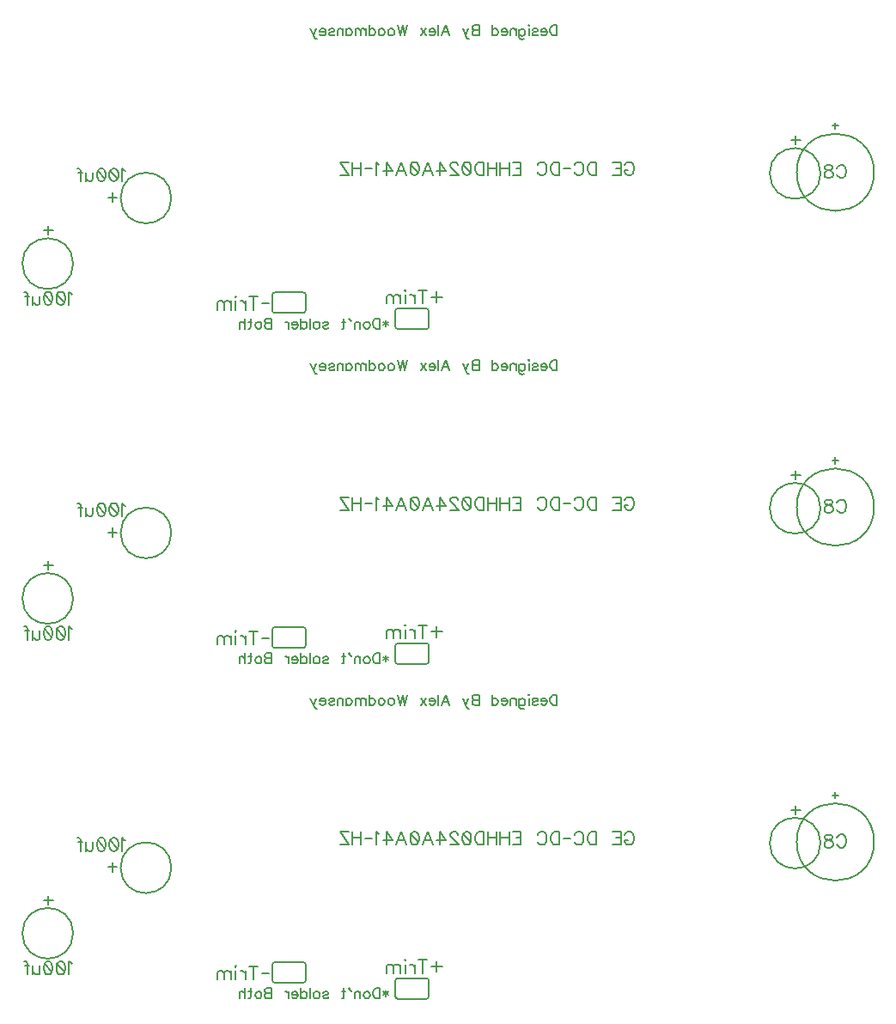
<source format=gbo>
G04 DipTrace 3.2.0.1*
G04 BottomSilk.GBO*
%MOIN*%
G04 #@! TF.FileFunction,Legend,Bot*
G04 #@! TF.Part,Single*
%ADD10C,0.007874*%
%ADD27C,0.006*%
%ADD78C,0.00772*%
%ADD79C,0.006176*%
%FSLAX26Y26*%
G04*
G70*
G90*
G75*
G01*
G04 BotSilk*
%LPD*%
X605303Y550000D2*
D10*
G02X605303Y550000I98431J0D01*
G01*
X558071Y551969D2*
X591194D1*
X575011Y533858D2*
Y570472D1*
X1313743Y183749D2*
D27*
X1203737D1*
X1313743Y103749D2*
G03X1323740Y113749I5J9992D01*
G01*
X1193740D2*
G03X1203737Y103749I9992J-8D01*
G01*
X1193740Y173749D2*
G02X1203737Y183749I9992J8D01*
G01*
X1313743D2*
G02X1323740Y173749I5J-9992D01*
G01*
Y113749D1*
X1193740Y173749D2*
Y113749D1*
X1203737Y103749D2*
X1313743D1*
X1681237Y41251D2*
X1791243D1*
X1681237Y121251D2*
G03X1671240Y111251I-5J-9992D01*
G01*
X1801240D2*
G03X1791243Y121251I-9992J8D01*
G01*
X1801240Y51251D2*
G02X1791243Y41251I-9992J-8D01*
G01*
X1681237D2*
G02X1671240Y51251I-5J9992D01*
G01*
Y111251D1*
X1801240Y51251D2*
Y111251D1*
X1791243Y121251D2*
X1681237D1*
X224066Y295627D2*
D10*
G02X224066Y295627I98425J0D01*
G01*
X324459Y441290D2*
Y408166D1*
X306349Y424350D2*
X342963D1*
X3124066Y645627D2*
G02X3124066Y645627I98425J0D01*
G01*
X3224459Y791290D2*
Y758166D1*
X3206349Y774350D2*
X3242963D1*
X3390560Y831111D2*
X3366920D1*
X3378740Y842907D2*
Y819280D1*
X3228740Y650001D2*
G02X3228740Y650001I150000J0D01*
G01*
X623202Y655781D2*
D78*
X618394Y658213D1*
X611209Y665342D1*
Y615158D1*
X581400Y665342D2*
X588585Y662966D1*
X593393Y655781D1*
X595770Y643842D1*
Y636657D1*
X593393Y624719D1*
X588585Y617534D1*
X581400Y615158D1*
X576646D1*
X569461Y617534D1*
X564708Y624719D1*
X562276Y636657D1*
Y643842D1*
X564708Y655781D1*
X569461Y662966D1*
X576646Y665342D1*
X581400D1*
X564708Y655781D2*
X593393Y624719D1*
X532467Y665342D2*
X539652Y662966D1*
X544461Y655781D1*
X546837Y643842D1*
Y636657D1*
X544461Y624719D1*
X539652Y617534D1*
X532467Y615158D1*
X527714D1*
X520529Y617534D1*
X515776Y624719D1*
X513344Y636657D1*
Y643842D1*
X515776Y655781D1*
X520529Y662966D1*
X527714Y665342D1*
X532467D1*
X515776Y655781D2*
X544461Y624719D1*
X497905Y648651D2*
Y624719D1*
X495528Y617589D1*
X490720Y615158D1*
X483534D1*
X478781Y617589D1*
X471596Y624719D1*
Y648651D2*
Y615158D1*
X437034Y665398D2*
X441787D1*
X446595Y663021D1*
X448972Y655836D1*
Y615158D1*
X456157Y648651D2*
X439410D1*
X2561604Y677354D2*
X2563981Y682107D1*
X2568789Y686915D1*
X2573542Y689292D1*
X2583104D1*
X2587912Y686915D1*
X2592666Y682107D1*
X2595097Y677354D1*
X2597474Y670169D1*
Y658175D1*
X2595097Y651045D1*
X2592666Y646237D1*
X2587912Y641484D1*
X2583104Y639052D1*
X2573542D1*
X2568789Y641484D1*
X2563981Y646237D1*
X2561604Y651045D1*
Y658175D1*
X2573542D1*
X2515103Y689292D2*
X2546165D1*
Y639052D1*
X2515103D1*
X2546165Y665360D2*
X2527042D1*
X2451063Y689292D2*
Y639052D1*
X2434316D1*
X2427131Y641484D1*
X2422323Y646237D1*
X2419946Y651045D1*
X2417570Y658175D1*
Y670169D1*
X2419946Y677354D1*
X2422323Y682107D1*
X2427131Y686915D1*
X2434316Y689292D1*
X2451063D1*
X2366261Y677354D2*
X2368637Y682107D1*
X2373446Y686915D1*
X2378199Y689292D1*
X2387760D1*
X2392569Y686915D1*
X2397322Y682107D1*
X2399754Y677354D1*
X2402131Y670169D1*
Y658175D1*
X2399754Y651045D1*
X2397322Y646237D1*
X2392569Y641484D1*
X2387760Y639052D1*
X2378199D1*
X2373446Y641484D1*
X2368637Y646237D1*
X2366261Y651045D1*
X2350821Y664144D2*
X2323187D1*
X2307747Y689292D2*
Y639052D1*
X2291001D1*
X2283816Y641484D1*
X2279007Y646237D1*
X2276631Y651045D1*
X2274254Y658175D1*
Y670169D1*
X2276631Y677354D1*
X2279007Y682107D1*
X2283816Y686915D1*
X2291001Y689292D1*
X2307747D1*
X2222945Y677354D2*
X2225321Y682107D1*
X2230130Y686915D1*
X2234883Y689292D1*
X2244445D1*
X2249253Y686915D1*
X2254006Y682107D1*
X2256438Y677354D1*
X2258815Y670169D1*
Y658175D1*
X2256438Y651045D1*
X2254006Y646237D1*
X2249253Y641484D1*
X2244445Y639052D1*
X2234883D1*
X2230130Y641484D1*
X2225321Y646237D1*
X2222945Y651045D1*
X2127843Y689292D2*
X2158905D1*
Y639052D1*
X2127843D1*
X2158905Y665360D2*
X2139781D1*
X2112404Y689292D2*
Y639052D1*
X2078911Y689292D2*
Y639052D1*
X2112404Y665360D2*
X2078911D1*
X2063471Y689292D2*
Y639052D1*
X2029978Y689292D2*
Y639052D1*
X2063471Y665360D2*
X2029978D1*
X2014539Y689292D2*
Y639052D1*
X1997792D1*
X1990607Y641484D1*
X1985799Y646237D1*
X1983422Y651045D1*
X1981045Y658175D1*
Y670169D1*
X1983422Y677354D1*
X1985799Y682107D1*
X1990607Y686915D1*
X1997792Y689292D1*
X2014539D1*
X1951236Y689237D2*
X1958421Y686860D1*
X1963230Y679675D1*
X1965606Y667737D1*
Y660552D1*
X1963230Y648614D1*
X1958421Y641429D1*
X1951236Y639052D1*
X1946483D1*
X1939298Y641429D1*
X1934545Y648614D1*
X1932113Y660552D1*
Y667737D1*
X1934545Y679675D1*
X1939298Y686860D1*
X1946483Y689237D1*
X1951236D1*
X1934545Y679675D2*
X1963230Y648614D1*
X1914242Y677298D2*
Y679675D1*
X1911865Y684484D1*
X1909489Y686860D1*
X1904680Y689237D1*
X1895118D1*
X1890365Y686860D1*
X1887989Y684484D1*
X1885557Y679675D1*
Y674922D1*
X1887989Y670113D1*
X1892742Y662984D1*
X1916674Y639052D1*
X1883180D1*
X1843809D2*
Y689237D1*
X1867741Y655799D1*
X1831871D1*
X1778130Y639052D2*
X1797309Y689292D1*
X1816432Y639052D1*
X1809247Y655799D2*
X1785315D1*
X1748321Y689237D2*
X1755506Y686860D1*
X1760314Y679675D1*
X1762691Y667737D1*
Y660552D1*
X1760314Y648614D1*
X1755506Y641429D1*
X1748321Y639052D1*
X1743568D1*
X1736382Y641429D1*
X1731629Y648614D1*
X1729197Y660552D1*
Y667737D1*
X1731629Y679675D1*
X1736382Y686860D1*
X1743568Y689237D1*
X1748321D1*
X1731629Y679675D2*
X1760314Y648614D1*
X1675456Y639052D2*
X1694635Y689292D1*
X1713758Y639052D1*
X1706573Y655799D2*
X1682641D1*
X1636085Y639052D2*
Y689237D1*
X1660017Y655799D1*
X1624147D1*
X1608708Y679675D2*
X1603900Y682107D1*
X1596715Y689237D1*
Y639052D1*
X1581275Y664144D2*
X1553641D1*
X1538201Y689292D2*
Y639052D1*
X1504708Y689292D2*
Y639052D1*
X1538201Y665360D2*
X1504708D1*
X1489269Y689292D2*
X1455775D1*
X1489269Y639052D1*
X1455775D1*
X1181012Y141825D2*
X1153377D1*
X1121191Y166972D2*
Y116732D1*
X1137938Y166972D2*
X1104445D1*
X1089006Y150226D2*
Y116732D1*
Y135856D2*
X1086574Y143041D1*
X1081820Y147849D1*
X1077012Y150226D1*
X1069827D1*
X1054388Y166972D2*
X1052011Y164596D1*
X1049579Y166972D1*
X1052011Y169404D1*
X1054388Y166972D1*
X1052011Y150226D2*
Y116732D1*
X1034140Y150226D2*
Y116732D1*
Y140664D2*
X1026955Y147849D1*
X1022147Y150226D1*
X1015017D1*
X1010208Y147849D1*
X1007832Y140664D1*
Y116732D1*
Y140664D2*
X1000647Y147849D1*
X995838Y150226D1*
X988708D1*
X983900Y147849D1*
X981468Y140664D1*
Y116732D1*
X1832222Y188354D2*
Y145299D1*
X1853722Y166798D2*
X1810667D1*
X1778481Y191974D2*
Y141734D1*
X1795228Y191974D2*
X1761735D1*
X1746295Y175227D2*
Y141734D1*
Y160857D2*
X1743864Y168042D1*
X1739110Y172850D1*
X1734302Y175227D1*
X1727117D1*
X1711678Y191974D2*
X1709301Y189597D1*
X1706869Y191974D1*
X1709301Y194406D1*
X1711678Y191974D1*
X1709301Y175227D2*
Y141734D1*
X1691430Y175227D2*
Y141734D1*
Y165665D2*
X1684245Y172850D1*
X1679436Y175227D1*
X1672307D1*
X1667498Y172850D1*
X1665122Y165665D1*
Y141734D1*
Y165665D2*
X1657937Y172850D1*
X1653128Y175227D1*
X1645998D1*
X1641190Y172850D1*
X1638758Y165665D1*
Y141734D1*
X417151Y176598D2*
X412343Y179030D1*
X405158Y186160D1*
Y135975D1*
X375348Y186160D2*
X382534Y183783D1*
X387342Y176598D1*
X389719Y164660D1*
Y157475D1*
X387342Y145537D1*
X382534Y138352D1*
X375348Y135975D1*
X370595D1*
X363410Y138352D1*
X358657Y145537D1*
X356225Y157475D1*
Y164660D1*
X358657Y176598D1*
X363410Y183783D1*
X370595Y186160D1*
X375348D1*
X358657Y176598D2*
X387342Y145537D1*
X326416Y186160D2*
X333601Y183783D1*
X338409Y176598D1*
X340786Y164660D1*
Y157475D1*
X338409Y145537D1*
X333601Y138352D1*
X326416Y135975D1*
X321663D1*
X314478Y138352D1*
X309724Y145537D1*
X307293Y157475D1*
Y164660D1*
X309724Y176598D1*
X314478Y183783D1*
X321663Y186160D1*
X326416D1*
X309724Y176598D2*
X338409Y145537D1*
X291853Y169469D2*
Y145537D1*
X289477Y138407D1*
X284668Y135975D1*
X277483D1*
X272730Y138407D1*
X265545Y145537D1*
Y169469D2*
Y135975D1*
X230983Y186215D2*
X235736D1*
X240544Y183839D1*
X242921Y176654D1*
Y135975D1*
X250106Y169469D2*
X233359D1*
X3385244Y666692D2*
X3387620Y671445D1*
X3392429Y676253D1*
X3397182Y678630D1*
X3406744D1*
X3411552Y676253D1*
X3416305Y671445D1*
X3418737Y666692D1*
X3421114Y659507D1*
Y647513D1*
X3418737Y640383D1*
X3416305Y635575D1*
X3411552Y630822D1*
X3406744Y628390D1*
X3397182D1*
X3392429Y630822D1*
X3387620Y635575D1*
X3385244Y640383D1*
X3357866Y678575D2*
X3364996Y676198D1*
X3367428Y671445D1*
Y666636D1*
X3364996Y661883D1*
X3360243Y659451D1*
X3350681Y657075D1*
X3343496Y654698D1*
X3338743Y649890D1*
X3336367Y645137D1*
Y637952D1*
X3338743Y633198D1*
X3341120Y630766D1*
X3348305Y628390D1*
X3357866D1*
X3364996Y630766D1*
X3367428Y633198D1*
X3369805Y637952D1*
Y645137D1*
X3367428Y649890D1*
X3362620Y654698D1*
X3355490Y657075D1*
X3345928Y659451D1*
X3341120Y661883D1*
X3338743Y666636D1*
Y671445D1*
X3341120Y676198D1*
X3348305Y678575D1*
X3357866D1*
X1633565Y74626D2*
D79*
Y51678D1*
X1643159Y68922D2*
X1624014Y57426D1*
Y68922D2*
X1643159Y57426D1*
X1611663Y83270D2*
Y43078D1*
X1598265D1*
X1592517Y45024D1*
X1588670Y48826D1*
X1586769Y52673D1*
X1584868Y58377D1*
Y67972D1*
X1586769Y73720D1*
X1588670Y77522D1*
X1592517Y81369D1*
X1598265Y83270D1*
X1611663D1*
X1562966Y69873D2*
X1566768Y67972D1*
X1570615Y64125D1*
X1572516Y58377D1*
Y54574D1*
X1570615Y48826D1*
X1566768Y45024D1*
X1562966Y43078D1*
X1557218D1*
X1553371Y45024D1*
X1549569Y48826D1*
X1547623Y54574D1*
Y58377D1*
X1549569Y64125D1*
X1553371Y67972D1*
X1557218Y69873D1*
X1562966D1*
X1535272D2*
Y43078D1*
Y62224D2*
X1529524Y67972D1*
X1525677Y69873D1*
X1519973D1*
X1516126Y67972D1*
X1514225Y62224D1*
Y43078D1*
X1492279Y83226D2*
X1501874Y71730D1*
X1490378Y81325D1*
X1492279Y83226D1*
X1472278Y83270D2*
Y50728D1*
X1470377Y45024D1*
X1466530Y43078D1*
X1462728D1*
X1478026Y69873D2*
X1464629D1*
X1390449Y64125D2*
X1392350Y67972D1*
X1398098Y69873D1*
X1403846D1*
X1409594Y67972D1*
X1411495Y64125D1*
X1409594Y60322D1*
X1405747Y58377D1*
X1396197Y56476D1*
X1392350Y54574D1*
X1390449Y50728D1*
Y48826D1*
X1392350Y45024D1*
X1398098Y43078D1*
X1403846D1*
X1409594Y45024D1*
X1411495Y48826D1*
X1368547Y69873D2*
X1372349Y67972D1*
X1376196Y64125D1*
X1378097Y58377D1*
Y54574D1*
X1376196Y48826D1*
X1372349Y45024D1*
X1368547Y43078D1*
X1362799D1*
X1358952Y45024D1*
X1355149Y48826D1*
X1353204Y54574D1*
Y58377D1*
X1355149Y64125D1*
X1358952Y67972D1*
X1362799Y69873D1*
X1368547D1*
X1340853Y83270D2*
Y43078D1*
X1305553Y83270D2*
Y43078D1*
Y64125D2*
X1309356Y67972D1*
X1313203Y69873D1*
X1318951D1*
X1322753Y67972D1*
X1326600Y64125D1*
X1328501Y58377D1*
Y54574D1*
X1326600Y48826D1*
X1322753Y45024D1*
X1318951Y43078D1*
X1313203D1*
X1309356Y45024D1*
X1305553Y48826D1*
X1293202Y58377D2*
X1270254D1*
Y62224D1*
X1272155Y66070D1*
X1274057Y67972D1*
X1277903Y69873D1*
X1283651D1*
X1287454Y67972D1*
X1291301Y64125D1*
X1293202Y58377D1*
Y54574D1*
X1291301Y48826D1*
X1287454Y45024D1*
X1283651Y43078D1*
X1277903D1*
X1274057Y45024D1*
X1270254Y48826D1*
X1257903Y69873D2*
Y43078D1*
Y58377D2*
X1255957Y64125D1*
X1252155Y67972D1*
X1248308Y69873D1*
X1242560D1*
X1191328Y83270D2*
Y43078D1*
X1174083D1*
X1168335Y45024D1*
X1166434Y46925D1*
X1164533Y50728D1*
Y56476D1*
X1166434Y60322D1*
X1168335Y62224D1*
X1174083Y64125D1*
X1168335Y66070D1*
X1166434Y67972D1*
X1164533Y71774D1*
Y75621D1*
X1166434Y79424D1*
X1168335Y81369D1*
X1174083Y83270D1*
X1191328D1*
Y64125D2*
X1174083D1*
X1142631Y69873D2*
X1146433Y67972D1*
X1150280Y64125D1*
X1152182Y58377D1*
Y54574D1*
X1150280Y48826D1*
X1146433Y45024D1*
X1142631Y43078D1*
X1136883D1*
X1133036Y45024D1*
X1129234Y48826D1*
X1127288Y54574D1*
Y58377D1*
X1129234Y64125D1*
X1133036Y67972D1*
X1136883Y69873D1*
X1142631D1*
X1109189Y83270D2*
Y50728D1*
X1107287Y45024D1*
X1103441Y43078D1*
X1099638D1*
X1114937Y69873D2*
X1101539D1*
X1087287Y83270D2*
Y43078D1*
Y62224D2*
X1081539Y67972D1*
X1077692Y69873D1*
X1071944D1*
X1068141Y67972D1*
X1066240Y62224D1*
Y43078D1*
X2298860Y1220772D2*
Y1180580D1*
X2285463D1*
X2279715Y1182525D1*
X2275868Y1186328D1*
X2273967Y1190174D1*
X2272066Y1195878D1*
Y1205473D1*
X2273967Y1211221D1*
X2275868Y1215024D1*
X2279715Y1218870D1*
X2285463Y1220772D1*
X2298860D1*
X2259714Y1195878D2*
X2236766D1*
Y1199725D1*
X2238668Y1203572D1*
X2240569Y1205473D1*
X2244416Y1207374D1*
X2250164D1*
X2253966Y1205473D1*
X2257813Y1201626D1*
X2259714Y1195878D1*
Y1192076D1*
X2257813Y1186328D1*
X2253966Y1182525D1*
X2250164Y1180580D1*
X2244416D1*
X2240569Y1182525D1*
X2236766Y1186328D1*
X2203368Y1201626D2*
X2205270Y1205473D1*
X2211018Y1207374D1*
X2216766D1*
X2222514Y1205473D1*
X2224415Y1201626D1*
X2222514Y1197824D1*
X2218667Y1195878D1*
X2209116Y1193977D1*
X2205270Y1192076D1*
X2203368Y1188229D1*
Y1186328D1*
X2205270Y1182525D1*
X2211018Y1180580D1*
X2216766D1*
X2222514Y1182525D1*
X2224415Y1186328D1*
X2191017Y1220772D2*
X2189116Y1218870D1*
X2187170Y1220772D1*
X2189116Y1222717D1*
X2191017Y1220772D1*
X2189116Y1207374D2*
Y1180580D1*
X2151871Y1205473D2*
Y1174832D1*
X2153772Y1169128D1*
X2155673Y1167182D1*
X2159520Y1165281D1*
X2165268D1*
X2169071Y1167182D1*
X2151871Y1199725D2*
X2155673Y1203528D1*
X2159520Y1205473D1*
X2165268D1*
X2169071Y1203528D1*
X2172918Y1199725D1*
X2174819Y1193977D1*
Y1190130D1*
X2172918Y1184426D1*
X2169071Y1180580D1*
X2165268Y1178678D1*
X2159520D1*
X2155673Y1180580D1*
X2151871Y1184426D1*
X2139519Y1207374D2*
Y1180580D1*
Y1199725D2*
X2133771Y1205473D1*
X2129925Y1207374D1*
X2124221D1*
X2120374Y1205473D1*
X2118473Y1199725D1*
Y1180580D1*
X2106121Y1195878D2*
X2083174D1*
Y1199725D1*
X2085075Y1203572D1*
X2086976Y1205473D1*
X2090823Y1207374D1*
X2096571D1*
X2100373Y1205473D1*
X2104220Y1201626D1*
X2106121Y1195878D1*
Y1192076D1*
X2104220Y1186328D1*
X2100373Y1182525D1*
X2096571Y1180580D1*
X2090823D1*
X2086976Y1182525D1*
X2083174Y1186328D1*
X2047874Y1220772D2*
Y1180580D1*
Y1201626D2*
X2051677Y1205473D1*
X2055524Y1207374D1*
X2061272D1*
X2065074Y1205473D1*
X2068921Y1201626D1*
X2070822Y1195878D1*
Y1192076D1*
X2068921Y1186328D1*
X2065074Y1182525D1*
X2061272Y1180580D1*
X2055524D1*
X2051677Y1182525D1*
X2047874Y1186328D1*
X1996642Y1220772D2*
Y1180580D1*
X1979398D1*
X1973650Y1182525D1*
X1971749Y1184426D1*
X1969847Y1188229D1*
Y1193977D1*
X1971749Y1197824D1*
X1973650Y1199725D1*
X1979398Y1201626D1*
X1973650Y1203572D1*
X1971749Y1205473D1*
X1969847Y1209276D1*
Y1213122D1*
X1971749Y1216925D1*
X1973650Y1218870D1*
X1979398Y1220772D1*
X1996642D1*
Y1201626D2*
X1979398D1*
X1955551Y1207374D2*
X1944099Y1180580D1*
X1947901Y1172930D1*
X1951748Y1169084D1*
X1955551Y1167182D1*
X1957496D1*
X1932603Y1207374D2*
X1944099Y1180580D1*
X1850729D2*
X1866072Y1220772D1*
X1881370Y1180580D1*
X1875622Y1193977D2*
X1856477D1*
X1838378Y1220772D2*
Y1180580D1*
X1826026Y1195878D2*
X1803078D1*
Y1199725D1*
X1804980Y1203572D1*
X1806881Y1205473D1*
X1810728Y1207374D1*
X1816476D1*
X1820278Y1205473D1*
X1824125Y1201626D1*
X1826026Y1195878D1*
Y1192076D1*
X1824125Y1186328D1*
X1820278Y1182525D1*
X1816476Y1180580D1*
X1810728D1*
X1806881Y1182525D1*
X1803078Y1186328D1*
X1790727Y1207374D2*
X1769680Y1180580D1*
Y1207374D2*
X1790727Y1180580D1*
X1718448Y1220772D2*
X1708853Y1180580D1*
X1699303Y1220772D1*
X1689752Y1180580D1*
X1680157Y1220772D1*
X1658255Y1207374D2*
X1662058Y1205473D1*
X1665905Y1201626D1*
X1667806Y1195878D1*
Y1192076D1*
X1665905Y1186328D1*
X1662058Y1182525D1*
X1658255Y1180580D1*
X1652507D1*
X1648661Y1182525D1*
X1644858Y1186328D1*
X1642913Y1192076D1*
Y1195878D1*
X1644858Y1201626D1*
X1648661Y1205473D1*
X1652507Y1207374D1*
X1658255D1*
X1621011D2*
X1624813Y1205473D1*
X1628660Y1201626D1*
X1630561Y1195878D1*
Y1192076D1*
X1628660Y1186328D1*
X1624813Y1182525D1*
X1621011Y1180580D1*
X1615263D1*
X1611416Y1182525D1*
X1607613Y1186328D1*
X1605668Y1192076D1*
Y1195878D1*
X1607613Y1201626D1*
X1611416Y1205473D1*
X1615263Y1207374D1*
X1621011D1*
X1570368Y1220772D2*
Y1180580D1*
Y1201626D2*
X1574171Y1205473D1*
X1578018Y1207374D1*
X1583766D1*
X1587568Y1205473D1*
X1591415Y1201626D1*
X1593316Y1195878D1*
Y1192076D1*
X1591415Y1186328D1*
X1587568Y1182525D1*
X1583766Y1180580D1*
X1578018D1*
X1574171Y1182525D1*
X1570368Y1186328D1*
X1558017Y1207374D2*
Y1180580D1*
Y1199725D2*
X1552269Y1205473D1*
X1548422Y1207374D1*
X1542718D1*
X1538872Y1205473D1*
X1536970Y1199725D1*
Y1180580D1*
Y1199725D2*
X1531222Y1205473D1*
X1527376Y1207374D1*
X1521672D1*
X1517825Y1205473D1*
X1515880Y1199725D1*
Y1180580D1*
X1480580Y1207374D2*
Y1180580D1*
Y1201626D2*
X1484383Y1205473D1*
X1488230Y1207374D1*
X1493933D1*
X1497780Y1205473D1*
X1501583Y1201626D1*
X1503528Y1195878D1*
Y1192076D1*
X1501583Y1186328D1*
X1497780Y1182525D1*
X1493933Y1180580D1*
X1488230D1*
X1484383Y1182525D1*
X1480580Y1186328D1*
X1468229Y1207374D2*
Y1180580D1*
Y1199725D2*
X1462481Y1205473D1*
X1458634Y1207374D1*
X1452930D1*
X1449083Y1205473D1*
X1447182Y1199725D1*
Y1180580D1*
X1413784Y1201626D2*
X1415685Y1205473D1*
X1421433Y1207374D1*
X1427182D1*
X1432930Y1205473D1*
X1434831Y1201626D1*
X1432930Y1197824D1*
X1429083Y1195878D1*
X1419532Y1193977D1*
X1415685Y1192076D1*
X1413784Y1188229D1*
Y1186328D1*
X1415685Y1182525D1*
X1421433Y1180580D1*
X1427182D1*
X1432930Y1182525D1*
X1434831Y1186328D1*
X1401433Y1195878D2*
X1378485D1*
Y1199725D1*
X1380386Y1203572D1*
X1382287Y1205473D1*
X1386134Y1207374D1*
X1391882D1*
X1395685Y1205473D1*
X1399532Y1201626D1*
X1401433Y1195878D1*
Y1192076D1*
X1399532Y1186328D1*
X1395685Y1182525D1*
X1391882Y1180580D1*
X1386134D1*
X1382287Y1182525D1*
X1378485Y1186328D1*
X1364188Y1207374D2*
X1352736Y1180580D1*
X1356539Y1172930D1*
X1360385Y1169084D1*
X1364188Y1167182D1*
X1366133D1*
X1341240Y1207374D2*
X1352736Y1180580D1*
X605303Y1849213D2*
D10*
G02X605303Y1849213I98431J0D01*
G01*
X558071Y1851181D2*
X591194D1*
X575011Y1833071D2*
Y1869685D1*
X1313743Y1482962D2*
D27*
X1203737D1*
X1313743Y1402962D2*
G03X1323740Y1412962I5J9992D01*
G01*
X1193740D2*
G03X1203737Y1402962I9992J-8D01*
G01*
X1193740Y1472962D2*
G02X1203737Y1482962I9992J8D01*
G01*
X1313743D2*
G02X1323740Y1472962I5J-9992D01*
G01*
Y1412962D1*
X1193740Y1472962D2*
Y1412962D1*
X1203737Y1402962D2*
X1313743D1*
X1681237Y1340463D2*
X1791243D1*
X1681237Y1420463D2*
G03X1671240Y1410463I-5J-9992D01*
G01*
X1801240D2*
G03X1791243Y1420463I-9992J8D01*
G01*
X1801240Y1350463D2*
G02X1791243Y1340463I-9992J-8D01*
G01*
X1681237D2*
G02X1671240Y1350463I-5J9992D01*
G01*
Y1410463D1*
X1801240Y1350463D2*
Y1410463D1*
X1791243Y1420463D2*
X1681237D1*
X224066Y1594839D2*
D10*
G02X224066Y1594839I98425J0D01*
G01*
X324459Y1740503D2*
Y1707379D1*
X306349Y1723562D2*
X342963D1*
X3124066Y1944839D2*
G02X3124066Y1944839I98425J0D01*
G01*
X3224459Y2090503D2*
Y2057379D1*
X3206349Y2073562D2*
X3242963D1*
X3390560Y2130323D2*
X3366920D1*
X3378740Y2142119D2*
Y2118493D1*
X3228740Y1949214D2*
G02X3228740Y1949214I150000J0D01*
G01*
X623202Y1954993D2*
D78*
X618394Y1957425D1*
X611209Y1964555D1*
Y1914370D1*
X581400Y1964555D2*
X588585Y1962178D1*
X593393Y1954993D1*
X595770Y1943055D1*
Y1935870D1*
X593393Y1923932D1*
X588585Y1916747D1*
X581400Y1914370D1*
X576646D1*
X569461Y1916747D1*
X564708Y1923932D1*
X562276Y1935870D1*
Y1943055D1*
X564708Y1954993D1*
X569461Y1962178D1*
X576646Y1964555D1*
X581400D1*
X564708Y1954993D2*
X593393Y1923932D1*
X532467Y1964555D2*
X539652Y1962178D1*
X544461Y1954993D1*
X546837Y1943055D1*
Y1935870D1*
X544461Y1923932D1*
X539652Y1916747D1*
X532467Y1914370D1*
X527714D1*
X520529Y1916747D1*
X515776Y1923932D1*
X513344Y1935870D1*
Y1943055D1*
X515776Y1954993D1*
X520529Y1962178D1*
X527714Y1964555D1*
X532467D1*
X515776Y1954993D2*
X544461Y1923932D1*
X497905Y1947864D2*
Y1923932D1*
X495528Y1916802D1*
X490720Y1914370D1*
X483534D1*
X478781Y1916802D1*
X471596Y1923932D1*
Y1947864D2*
Y1914370D1*
X437034Y1964610D2*
X441787D1*
X446595Y1962234D1*
X448972Y1955049D1*
Y1914370D1*
X456157Y1947864D2*
X439410D1*
X2561604Y1976566D2*
X2563981Y1981320D1*
X2568789Y1986128D1*
X2573542Y1988505D1*
X2583104D1*
X2587912Y1986128D1*
X2592666Y1981320D1*
X2595097Y1976566D1*
X2597474Y1969381D1*
Y1957388D1*
X2595097Y1950258D1*
X2592666Y1945450D1*
X2587912Y1940696D1*
X2583104Y1938265D1*
X2573542D1*
X2568789Y1940696D1*
X2563981Y1945450D1*
X2561604Y1950258D1*
Y1957388D1*
X2573542D1*
X2515103Y1988505D2*
X2546165D1*
Y1938265D1*
X2515103D1*
X2546165Y1964573D2*
X2527042D1*
X2451063Y1988505D2*
Y1938265D1*
X2434316D1*
X2427131Y1940696D1*
X2422323Y1945450D1*
X2419946Y1950258D1*
X2417570Y1957388D1*
Y1969381D1*
X2419946Y1976566D1*
X2422323Y1981320D1*
X2427131Y1986128D1*
X2434316Y1988505D1*
X2451063D1*
X2366261Y1976566D2*
X2368637Y1981320D1*
X2373446Y1986128D1*
X2378199Y1988505D1*
X2387760D1*
X2392569Y1986128D1*
X2397322Y1981320D1*
X2399754Y1976566D1*
X2402131Y1969381D1*
Y1957388D1*
X2399754Y1950258D1*
X2397322Y1945450D1*
X2392569Y1940696D1*
X2387760Y1938265D1*
X2378199D1*
X2373446Y1940696D1*
X2368637Y1945450D1*
X2366261Y1950258D1*
X2350821Y1963357D2*
X2323187D1*
X2307747Y1988505D2*
Y1938265D1*
X2291001D1*
X2283816Y1940696D1*
X2279007Y1945450D1*
X2276631Y1950258D1*
X2274254Y1957388D1*
Y1969381D1*
X2276631Y1976566D1*
X2279007Y1981320D1*
X2283816Y1986128D1*
X2291001Y1988505D1*
X2307747D1*
X2222945Y1976566D2*
X2225321Y1981320D1*
X2230130Y1986128D1*
X2234883Y1988505D1*
X2244445D1*
X2249253Y1986128D1*
X2254006Y1981320D1*
X2256438Y1976566D1*
X2258815Y1969381D1*
Y1957388D1*
X2256438Y1950258D1*
X2254006Y1945450D1*
X2249253Y1940696D1*
X2244445Y1938265D1*
X2234883D1*
X2230130Y1940696D1*
X2225321Y1945450D1*
X2222945Y1950258D1*
X2127843Y1988505D2*
X2158905D1*
Y1938265D1*
X2127843D1*
X2158905Y1964573D2*
X2139781D1*
X2112404Y1988505D2*
Y1938265D1*
X2078911Y1988505D2*
Y1938265D1*
X2112404Y1964573D2*
X2078911D1*
X2063471Y1988505D2*
Y1938265D1*
X2029978Y1988505D2*
Y1938265D1*
X2063471Y1964573D2*
X2029978D1*
X2014539Y1988505D2*
Y1938265D1*
X1997792D1*
X1990607Y1940696D1*
X1985799Y1945450D1*
X1983422Y1950258D1*
X1981045Y1957388D1*
Y1969381D1*
X1983422Y1976566D1*
X1985799Y1981320D1*
X1990607Y1986128D1*
X1997792Y1988505D1*
X2014539D1*
X1951236Y1988449D2*
X1958421Y1986073D1*
X1963230Y1978888D1*
X1965606Y1966949D1*
Y1959764D1*
X1963230Y1947826D1*
X1958421Y1940641D1*
X1951236Y1938265D1*
X1946483D1*
X1939298Y1940641D1*
X1934545Y1947826D1*
X1932113Y1959764D1*
Y1966949D1*
X1934545Y1978888D1*
X1939298Y1986073D1*
X1946483Y1988449D1*
X1951236D1*
X1934545Y1978888D2*
X1963230Y1947826D1*
X1914242Y1976511D2*
Y1978888D1*
X1911865Y1983696D1*
X1909489Y1986073D1*
X1904680Y1988449D1*
X1895118D1*
X1890365Y1986073D1*
X1887989Y1983696D1*
X1885557Y1978888D1*
Y1974134D1*
X1887989Y1969326D1*
X1892742Y1962196D1*
X1916674Y1938265D1*
X1883180D1*
X1843809D2*
Y1988449D1*
X1867741Y1955011D1*
X1831871D1*
X1778130Y1938265D2*
X1797309Y1988505D1*
X1816432Y1938265D1*
X1809247Y1955011D2*
X1785315D1*
X1748321Y1988449D2*
X1755506Y1986073D1*
X1760314Y1978888D1*
X1762691Y1966949D1*
Y1959764D1*
X1760314Y1947826D1*
X1755506Y1940641D1*
X1748321Y1938265D1*
X1743568D1*
X1736382Y1940641D1*
X1731629Y1947826D1*
X1729197Y1959764D1*
Y1966949D1*
X1731629Y1978888D1*
X1736382Y1986073D1*
X1743568Y1988449D1*
X1748321D1*
X1731629Y1978888D2*
X1760314Y1947826D1*
X1675456Y1938265D2*
X1694635Y1988505D1*
X1713758Y1938265D1*
X1706573Y1955011D2*
X1682641D1*
X1636085Y1938265D2*
Y1988449D1*
X1660017Y1955011D1*
X1624147D1*
X1608708Y1978888D2*
X1603900Y1981320D1*
X1596715Y1988449D1*
Y1938265D1*
X1581275Y1963357D2*
X1553641D1*
X1538201Y1988505D2*
Y1938265D1*
X1504708Y1988505D2*
Y1938265D1*
X1538201Y1964573D2*
X1504708D1*
X1489269Y1988505D2*
X1455775D1*
X1489269Y1938265D1*
X1455775D1*
X1181012Y1441037D2*
X1153377D1*
X1121191Y1466185D2*
Y1415945D1*
X1137938Y1466185D2*
X1104445D1*
X1089006Y1449438D2*
Y1415945D1*
Y1435068D2*
X1086574Y1442253D1*
X1081820Y1447062D1*
X1077012Y1449438D1*
X1069827D1*
X1054388Y1466185D2*
X1052011Y1463808D1*
X1049579Y1466185D1*
X1052011Y1468617D1*
X1054388Y1466185D1*
X1052011Y1449438D2*
Y1415945D1*
X1034140Y1449438D2*
Y1415945D1*
Y1439877D2*
X1026955Y1447062D1*
X1022147Y1449438D1*
X1015017D1*
X1010208Y1447062D1*
X1007832Y1439877D1*
Y1415945D1*
Y1439877D2*
X1000647Y1447062D1*
X995838Y1449438D1*
X988708D1*
X983900Y1447062D1*
X981468Y1439877D1*
Y1415945D1*
X1832222Y1487566D2*
Y1444511D1*
X1853722Y1466011D2*
X1810667D1*
X1778481Y1491186D2*
Y1440946D1*
X1795228Y1491186D2*
X1761735D1*
X1746295Y1474440D2*
Y1440946D1*
Y1460070D2*
X1743864Y1467255D1*
X1739110Y1472063D1*
X1734302Y1474440D1*
X1727117D1*
X1711678Y1491186D2*
X1709301Y1488810D1*
X1706869Y1491186D1*
X1709301Y1493618D1*
X1711678Y1491186D1*
X1709301Y1474440D2*
Y1440946D1*
X1691430Y1474440D2*
Y1440946D1*
Y1464878D2*
X1684245Y1472063D1*
X1679436Y1474440D1*
X1672307D1*
X1667498Y1472063D1*
X1665122Y1464878D1*
Y1440946D1*
Y1464878D2*
X1657937Y1472063D1*
X1653128Y1474440D1*
X1645998D1*
X1641190Y1472063D1*
X1638758Y1464878D1*
Y1440946D1*
X417151Y1475811D2*
X412343Y1478243D1*
X405158Y1485373D1*
Y1435188D1*
X375348Y1485373D2*
X382534Y1482996D1*
X387342Y1475811D1*
X389719Y1463873D1*
Y1456688D1*
X387342Y1444749D1*
X382534Y1437564D1*
X375348Y1435188D1*
X370595D1*
X363410Y1437564D1*
X358657Y1444749D1*
X356225Y1456688D1*
Y1463873D1*
X358657Y1475811D1*
X363410Y1482996D1*
X370595Y1485373D1*
X375348D1*
X358657Y1475811D2*
X387342Y1444749D1*
X326416Y1485373D2*
X333601Y1482996D1*
X338409Y1475811D1*
X340786Y1463873D1*
Y1456688D1*
X338409Y1444749D1*
X333601Y1437564D1*
X326416Y1435188D1*
X321663D1*
X314478Y1437564D1*
X309724Y1444749D1*
X307293Y1456688D1*
Y1463873D1*
X309724Y1475811D1*
X314478Y1482996D1*
X321663Y1485373D1*
X326416D1*
X309724Y1475811D2*
X338409Y1444749D1*
X291853Y1468681D2*
Y1444749D1*
X289477Y1437620D1*
X284668Y1435188D1*
X277483D1*
X272730Y1437620D1*
X265545Y1444749D1*
Y1468681D2*
Y1435188D1*
X230983Y1485428D2*
X235736D1*
X240544Y1483051D1*
X242921Y1475866D1*
Y1435188D1*
X250106Y1468681D2*
X233359D1*
X3385244Y1965904D2*
X3387620Y1970657D1*
X3392429Y1975466D1*
X3397182Y1977843D1*
X3406744D1*
X3411552Y1975466D1*
X3416305Y1970657D1*
X3418737Y1965904D1*
X3421114Y1958719D1*
Y1946726D1*
X3418737Y1939596D1*
X3416305Y1934788D1*
X3411552Y1930034D1*
X3406744Y1927602D1*
X3397182D1*
X3392429Y1930034D1*
X3387620Y1934788D1*
X3385244Y1939596D1*
X3357866Y1977787D2*
X3364996Y1975411D1*
X3367428Y1970657D1*
Y1965849D1*
X3364996Y1961096D1*
X3360243Y1958664D1*
X3350681Y1956287D1*
X3343496Y1953911D1*
X3338743Y1949102D1*
X3336367Y1944349D1*
Y1937164D1*
X3338743Y1932411D1*
X3341120Y1929979D1*
X3348305Y1927602D1*
X3357866D1*
X3364996Y1929979D1*
X3367428Y1932411D1*
X3369805Y1937164D1*
Y1944349D1*
X3367428Y1949102D1*
X3362620Y1953911D1*
X3355490Y1956287D1*
X3345928Y1958664D1*
X3341120Y1961096D1*
X3338743Y1965849D1*
Y1970657D1*
X3341120Y1975411D1*
X3348305Y1977787D1*
X3357866D1*
X1633565Y1373839D2*
D79*
Y1350891D1*
X1643159Y1368135D2*
X1624014Y1356639D1*
Y1368135D2*
X1643159Y1356639D1*
X1611663Y1382483D2*
Y1342291D1*
X1598265D1*
X1592517Y1344236D1*
X1588670Y1348039D1*
X1586769Y1351886D1*
X1584868Y1357590D1*
Y1367184D1*
X1586769Y1372932D1*
X1588670Y1376735D1*
X1592517Y1380582D1*
X1598265Y1382483D1*
X1611663D1*
X1562966Y1369086D2*
X1566768Y1367184D1*
X1570615Y1363338D1*
X1572516Y1357590D1*
Y1353787D1*
X1570615Y1348039D1*
X1566768Y1344236D1*
X1562966Y1342291D1*
X1557218D1*
X1553371Y1344236D1*
X1549569Y1348039D1*
X1547623Y1353787D1*
Y1357590D1*
X1549569Y1363338D1*
X1553371Y1367184D1*
X1557218Y1369086D1*
X1562966D1*
X1535272D2*
Y1342291D1*
Y1361436D2*
X1529524Y1367184D1*
X1525677Y1369086D1*
X1519973D1*
X1516126Y1367184D1*
X1514225Y1361436D1*
Y1342291D1*
X1492279Y1382439D2*
X1501874Y1370943D1*
X1490378Y1380537D1*
X1492279Y1382439D1*
X1472278Y1382483D2*
Y1349940D1*
X1470377Y1344236D1*
X1466530Y1342291D1*
X1462728D1*
X1478026Y1369086D2*
X1464629D1*
X1390449Y1363338D2*
X1392350Y1367184D1*
X1398098Y1369086D1*
X1403846D1*
X1409594Y1367184D1*
X1411495Y1363338D1*
X1409594Y1359535D1*
X1405747Y1357590D1*
X1396197Y1355688D1*
X1392350Y1353787D1*
X1390449Y1349940D1*
Y1348039D1*
X1392350Y1344236D1*
X1398098Y1342291D1*
X1403846D1*
X1409594Y1344236D1*
X1411495Y1348039D1*
X1368547Y1369086D2*
X1372349Y1367184D1*
X1376196Y1363338D1*
X1378097Y1357590D1*
Y1353787D1*
X1376196Y1348039D1*
X1372349Y1344236D1*
X1368547Y1342291D1*
X1362799D1*
X1358952Y1344236D1*
X1355149Y1348039D1*
X1353204Y1353787D1*
Y1357590D1*
X1355149Y1363338D1*
X1358952Y1367184D1*
X1362799Y1369086D1*
X1368547D1*
X1340853Y1382483D2*
Y1342291D1*
X1305553Y1382483D2*
Y1342291D1*
Y1363338D2*
X1309356Y1367184D1*
X1313203Y1369086D1*
X1318951D1*
X1322753Y1367184D1*
X1326600Y1363338D1*
X1328501Y1357590D1*
Y1353787D1*
X1326600Y1348039D1*
X1322753Y1344236D1*
X1318951Y1342291D1*
X1313203D1*
X1309356Y1344236D1*
X1305553Y1348039D1*
X1293202Y1357590D2*
X1270254D1*
Y1361436D1*
X1272155Y1365283D1*
X1274057Y1367184D1*
X1277903Y1369086D1*
X1283651D1*
X1287454Y1367184D1*
X1291301Y1363338D1*
X1293202Y1357590D1*
Y1353787D1*
X1291301Y1348039D1*
X1287454Y1344236D1*
X1283651Y1342291D1*
X1277903D1*
X1274057Y1344236D1*
X1270254Y1348039D1*
X1257903Y1369086D2*
Y1342291D1*
Y1357590D2*
X1255957Y1363338D1*
X1252155Y1367184D1*
X1248308Y1369086D1*
X1242560D1*
X1191328Y1382483D2*
Y1342291D1*
X1174083D1*
X1168335Y1344236D1*
X1166434Y1346138D1*
X1164533Y1349940D1*
Y1355688D1*
X1166434Y1359535D1*
X1168335Y1361436D1*
X1174083Y1363338D1*
X1168335Y1365283D1*
X1166434Y1367184D1*
X1164533Y1370987D1*
Y1374834D1*
X1166434Y1378636D1*
X1168335Y1380582D1*
X1174083Y1382483D1*
X1191328D1*
Y1363338D2*
X1174083D1*
X1142631Y1369086D2*
X1146433Y1367184D1*
X1150280Y1363338D1*
X1152182Y1357590D1*
Y1353787D1*
X1150280Y1348039D1*
X1146433Y1344236D1*
X1142631Y1342291D1*
X1136883D1*
X1133036Y1344236D1*
X1129234Y1348039D1*
X1127288Y1353787D1*
Y1357590D1*
X1129234Y1363338D1*
X1133036Y1367184D1*
X1136883Y1369086D1*
X1142631D1*
X1109189Y1382483D2*
Y1349940D1*
X1107287Y1344236D1*
X1103441Y1342291D1*
X1099638D1*
X1114937Y1369086D2*
X1101539D1*
X1087287Y1382483D2*
Y1342291D1*
Y1361436D2*
X1081539Y1367184D1*
X1077692Y1369086D1*
X1071944D1*
X1068141Y1367184D1*
X1066240Y1361436D1*
Y1342291D1*
X2298860Y2519984D2*
Y2479792D1*
X2285463D1*
X2279715Y2481738D1*
X2275868Y2485540D1*
X2273967Y2489387D1*
X2272066Y2495091D1*
Y2504686D1*
X2273967Y2510434D1*
X2275868Y2514236D1*
X2279715Y2518083D1*
X2285463Y2519984D1*
X2298860D1*
X2259714Y2495091D2*
X2236766D1*
Y2498938D1*
X2238668Y2502784D1*
X2240569Y2504686D1*
X2244416Y2506587D1*
X2250164D1*
X2253966Y2504686D1*
X2257813Y2500839D1*
X2259714Y2495091D1*
Y2491288D1*
X2257813Y2485540D1*
X2253966Y2481738D1*
X2250164Y2479792D1*
X2244416D1*
X2240569Y2481738D1*
X2236766Y2485540D1*
X2203368Y2500839D2*
X2205270Y2504686D1*
X2211018Y2506587D1*
X2216766D1*
X2222514Y2504686D1*
X2224415Y2500839D1*
X2222514Y2497036D1*
X2218667Y2495091D1*
X2209116Y2493190D1*
X2205270Y2491288D1*
X2203368Y2487442D1*
Y2485540D1*
X2205270Y2481738D1*
X2211018Y2479792D1*
X2216766D1*
X2222514Y2481738D1*
X2224415Y2485540D1*
X2191017Y2519984D2*
X2189116Y2518083D1*
X2187170Y2519984D1*
X2189116Y2521930D1*
X2191017Y2519984D1*
X2189116Y2506587D2*
Y2479792D1*
X2151871Y2504686D2*
Y2474044D1*
X2153772Y2468340D1*
X2155673Y2466395D1*
X2159520Y2464494D1*
X2165268D1*
X2169071Y2466395D1*
X2151871Y2498938D2*
X2155673Y2502740D1*
X2159520Y2504686D1*
X2165268D1*
X2169071Y2502740D1*
X2172918Y2498938D1*
X2174819Y2493190D1*
Y2489343D1*
X2172918Y2483639D1*
X2169071Y2479792D1*
X2165268Y2477891D1*
X2159520D1*
X2155673Y2479792D1*
X2151871Y2483639D1*
X2139519Y2506587D2*
Y2479792D1*
Y2498938D2*
X2133771Y2504686D1*
X2129925Y2506587D1*
X2124221D1*
X2120374Y2504686D1*
X2118473Y2498938D1*
Y2479792D1*
X2106121Y2495091D2*
X2083174D1*
Y2498938D1*
X2085075Y2502784D1*
X2086976Y2504686D1*
X2090823Y2506587D1*
X2096571D1*
X2100373Y2504686D1*
X2104220Y2500839D1*
X2106121Y2495091D1*
Y2491288D1*
X2104220Y2485540D1*
X2100373Y2481738D1*
X2096571Y2479792D1*
X2090823D1*
X2086976Y2481738D1*
X2083174Y2485540D1*
X2047874Y2519984D2*
Y2479792D1*
Y2500839D2*
X2051677Y2504686D1*
X2055524Y2506587D1*
X2061272D1*
X2065074Y2504686D1*
X2068921Y2500839D1*
X2070822Y2495091D1*
Y2491288D1*
X2068921Y2485540D1*
X2065074Y2481738D1*
X2061272Y2479792D1*
X2055524D1*
X2051677Y2481738D1*
X2047874Y2485540D1*
X1996642Y2519984D2*
Y2479792D1*
X1979398D1*
X1973650Y2481738D1*
X1971749Y2483639D1*
X1969847Y2487442D1*
Y2493190D1*
X1971749Y2497036D1*
X1973650Y2498938D1*
X1979398Y2500839D1*
X1973650Y2502784D1*
X1971749Y2504686D1*
X1969847Y2508488D1*
Y2512335D1*
X1971749Y2516137D1*
X1973650Y2518083D1*
X1979398Y2519984D1*
X1996642D1*
Y2500839D2*
X1979398D1*
X1955551Y2506587D2*
X1944099Y2479792D1*
X1947901Y2472143D1*
X1951748Y2468296D1*
X1955551Y2466395D1*
X1957496D1*
X1932603Y2506587D2*
X1944099Y2479792D1*
X1850729D2*
X1866072Y2519984D1*
X1881370Y2479792D1*
X1875622Y2493190D2*
X1856477D1*
X1838378Y2519984D2*
Y2479792D1*
X1826026Y2495091D2*
X1803078D1*
Y2498938D1*
X1804980Y2502784D1*
X1806881Y2504686D1*
X1810728Y2506587D1*
X1816476D1*
X1820278Y2504686D1*
X1824125Y2500839D1*
X1826026Y2495091D1*
Y2491288D1*
X1824125Y2485540D1*
X1820278Y2481738D1*
X1816476Y2479792D1*
X1810728D1*
X1806881Y2481738D1*
X1803078Y2485540D1*
X1790727Y2506587D2*
X1769680Y2479792D1*
Y2506587D2*
X1790727Y2479792D1*
X1718448Y2519984D2*
X1708853Y2479792D1*
X1699303Y2519984D1*
X1689752Y2479792D1*
X1680157Y2519984D1*
X1658255Y2506587D2*
X1662058Y2504686D1*
X1665905Y2500839D1*
X1667806Y2495091D1*
Y2491288D1*
X1665905Y2485540D1*
X1662058Y2481738D1*
X1658255Y2479792D1*
X1652507D1*
X1648661Y2481738D1*
X1644858Y2485540D1*
X1642913Y2491288D1*
Y2495091D1*
X1644858Y2500839D1*
X1648661Y2504686D1*
X1652507Y2506587D1*
X1658255D1*
X1621011D2*
X1624813Y2504686D1*
X1628660Y2500839D1*
X1630561Y2495091D1*
Y2491288D1*
X1628660Y2485540D1*
X1624813Y2481738D1*
X1621011Y2479792D1*
X1615263D1*
X1611416Y2481738D1*
X1607613Y2485540D1*
X1605668Y2491288D1*
Y2495091D1*
X1607613Y2500839D1*
X1611416Y2504686D1*
X1615263Y2506587D1*
X1621011D1*
X1570368Y2519984D2*
Y2479792D1*
Y2500839D2*
X1574171Y2504686D1*
X1578018Y2506587D1*
X1583766D1*
X1587568Y2504686D1*
X1591415Y2500839D1*
X1593316Y2495091D1*
Y2491288D1*
X1591415Y2485540D1*
X1587568Y2481738D1*
X1583766Y2479792D1*
X1578018D1*
X1574171Y2481738D1*
X1570368Y2485540D1*
X1558017Y2506587D2*
Y2479792D1*
Y2498938D2*
X1552269Y2504686D1*
X1548422Y2506587D1*
X1542718D1*
X1538872Y2504686D1*
X1536970Y2498938D1*
Y2479792D1*
Y2498938D2*
X1531222Y2504686D1*
X1527376Y2506587D1*
X1521672D1*
X1517825Y2504686D1*
X1515880Y2498938D1*
Y2479792D1*
X1480580Y2506587D2*
Y2479792D1*
Y2500839D2*
X1484383Y2504686D1*
X1488230Y2506587D1*
X1493933D1*
X1497780Y2504686D1*
X1501583Y2500839D1*
X1503528Y2495091D1*
Y2491288D1*
X1501583Y2485540D1*
X1497780Y2481738D1*
X1493933Y2479792D1*
X1488230D1*
X1484383Y2481738D1*
X1480580Y2485540D1*
X1468229Y2506587D2*
Y2479792D1*
Y2498938D2*
X1462481Y2504686D1*
X1458634Y2506587D1*
X1452930D1*
X1449083Y2504686D1*
X1447182Y2498938D1*
Y2479792D1*
X1413784Y2500839D2*
X1415685Y2504686D1*
X1421433Y2506587D1*
X1427182D1*
X1432930Y2504686D1*
X1434831Y2500839D1*
X1432930Y2497036D1*
X1429083Y2495091D1*
X1419532Y2493190D1*
X1415685Y2491288D1*
X1413784Y2487442D1*
Y2485540D1*
X1415685Y2481738D1*
X1421433Y2479792D1*
X1427182D1*
X1432930Y2481738D1*
X1434831Y2485540D1*
X1401433Y2495091D2*
X1378485D1*
Y2498938D1*
X1380386Y2502784D1*
X1382287Y2504686D1*
X1386134Y2506587D1*
X1391882D1*
X1395685Y2504686D1*
X1399532Y2500839D1*
X1401433Y2495091D1*
Y2491288D1*
X1399532Y2485540D1*
X1395685Y2481738D1*
X1391882Y2479792D1*
X1386134D1*
X1382287Y2481738D1*
X1378485Y2485540D1*
X1364188Y2506587D2*
X1352736Y2479792D1*
X1356539Y2472143D1*
X1360385Y2468296D1*
X1364188Y2466395D1*
X1366133D1*
X1341240Y2506587D2*
X1352736Y2479792D1*
X605303Y3148425D2*
D10*
G02X605303Y3148425I98431J0D01*
G01*
X558071Y3150394D2*
X591194D1*
X575011Y3132283D2*
Y3168898D1*
X1313743Y2782175D2*
D27*
X1203737D1*
X1313743Y2702175D2*
G03X1323740Y2712175I5J9992D01*
G01*
X1193740D2*
G03X1203737Y2702175I9992J-8D01*
G01*
X1193740Y2772175D2*
G02X1203737Y2782175I9992J8D01*
G01*
X1313743D2*
G02X1323740Y2772175I5J-9992D01*
G01*
Y2712175D1*
X1193740Y2772175D2*
Y2712175D1*
X1203737Y2702175D2*
X1313743D1*
X1681237Y2639676D2*
X1791243D1*
X1681237Y2719676D2*
G03X1671240Y2709676I-5J-9992D01*
G01*
X1801240D2*
G03X1791243Y2719676I-9992J8D01*
G01*
X1801240Y2649676D2*
G02X1791243Y2639676I-9992J-8D01*
G01*
X1681237D2*
G02X1671240Y2649676I-5J9992D01*
G01*
Y2709676D1*
X1801240Y2649676D2*
Y2709676D1*
X1791243Y2719676D2*
X1681237D1*
X224066Y2894052D2*
D10*
G02X224066Y2894052I98425J0D01*
G01*
X324459Y3039715D2*
Y3006592D1*
X306349Y3022775D2*
X342963D1*
X3124066Y3244052D2*
G02X3124066Y3244052I98425J0D01*
G01*
X3224459Y3389715D2*
Y3356592D1*
X3206349Y3372775D2*
X3242963D1*
X3390560Y3429536D2*
X3366920D1*
X3378740Y3441332D2*
Y3417705D1*
X3228740Y3248426D2*
G02X3228740Y3248426I150000J0D01*
G01*
X623202Y3254206D2*
D78*
X618394Y3256638D1*
X611209Y3263768D1*
Y3213583D1*
X581400Y3263768D2*
X588585Y3261391D1*
X593393Y3254206D1*
X595770Y3242268D1*
Y3235083D1*
X593393Y3223144D1*
X588585Y3215959D1*
X581400Y3213583D1*
X576646D1*
X569461Y3215959D1*
X564708Y3223144D1*
X562276Y3235083D1*
Y3242268D1*
X564708Y3254206D1*
X569461Y3261391D1*
X576646Y3263768D1*
X581400D1*
X564708Y3254206D2*
X593393Y3223144D1*
X532467Y3263768D2*
X539652Y3261391D1*
X544461Y3254206D1*
X546837Y3242268D1*
Y3235083D1*
X544461Y3223144D1*
X539652Y3215959D1*
X532467Y3213583D1*
X527714D1*
X520529Y3215959D1*
X515776Y3223144D1*
X513344Y3235083D1*
Y3242268D1*
X515776Y3254206D1*
X520529Y3261391D1*
X527714Y3263768D1*
X532467D1*
X515776Y3254206D2*
X544461Y3223144D1*
X497905Y3247076D2*
Y3223144D1*
X495528Y3216015D1*
X490720Y3213583D1*
X483534D1*
X478781Y3216015D1*
X471596Y3223144D1*
Y3247076D2*
Y3213583D1*
X437034Y3263823D2*
X441787D1*
X446595Y3261446D1*
X448972Y3254261D1*
Y3213583D1*
X456157Y3247076D2*
X439410D1*
X2561604Y3275779D2*
X2563981Y3280532D1*
X2568789Y3285341D1*
X2573542Y3287717D1*
X2583104D1*
X2587912Y3285341D1*
X2592666Y3280532D1*
X2595097Y3275779D1*
X2597474Y3268594D1*
Y3256600D1*
X2595097Y3249471D1*
X2592666Y3244662D1*
X2587912Y3239909D1*
X2583104Y3237477D1*
X2573542D1*
X2568789Y3239909D1*
X2563981Y3244662D1*
X2561604Y3249471D1*
Y3256600D1*
X2573542D1*
X2515103Y3287717D2*
X2546165D1*
Y3237477D1*
X2515103D1*
X2546165Y3263785D2*
X2527042D1*
X2451063Y3287717D2*
Y3237477D1*
X2434316D1*
X2427131Y3239909D1*
X2422323Y3244662D1*
X2419946Y3249471D1*
X2417570Y3256600D1*
Y3268594D1*
X2419946Y3275779D1*
X2422323Y3280532D1*
X2427131Y3285341D1*
X2434316Y3287717D1*
X2451063D1*
X2366261Y3275779D2*
X2368637Y3280532D1*
X2373446Y3285341D1*
X2378199Y3287717D1*
X2387760D1*
X2392569Y3285341D1*
X2397322Y3280532D1*
X2399754Y3275779D1*
X2402131Y3268594D1*
Y3256600D1*
X2399754Y3249471D1*
X2397322Y3244662D1*
X2392569Y3239909D1*
X2387760Y3237477D1*
X2378199D1*
X2373446Y3239909D1*
X2368637Y3244662D1*
X2366261Y3249471D1*
X2350821Y3262570D2*
X2323187D1*
X2307747Y3287717D2*
Y3237477D1*
X2291001D1*
X2283816Y3239909D1*
X2279007Y3244662D1*
X2276631Y3249471D1*
X2274254Y3256600D1*
Y3268594D1*
X2276631Y3275779D1*
X2279007Y3280532D1*
X2283816Y3285341D1*
X2291001Y3287717D1*
X2307747D1*
X2222945Y3275779D2*
X2225321Y3280532D1*
X2230130Y3285341D1*
X2234883Y3287717D1*
X2244445D1*
X2249253Y3285341D1*
X2254006Y3280532D1*
X2256438Y3275779D1*
X2258815Y3268594D1*
Y3256600D1*
X2256438Y3249471D1*
X2254006Y3244662D1*
X2249253Y3239909D1*
X2244445Y3237477D1*
X2234883D1*
X2230130Y3239909D1*
X2225321Y3244662D1*
X2222945Y3249471D1*
X2127843Y3287717D2*
X2158905D1*
Y3237477D1*
X2127843D1*
X2158905Y3263785D2*
X2139781D1*
X2112404Y3287717D2*
Y3237477D1*
X2078911Y3287717D2*
Y3237477D1*
X2112404Y3263785D2*
X2078911D1*
X2063471Y3287717D2*
Y3237477D1*
X2029978Y3287717D2*
Y3237477D1*
X2063471Y3263785D2*
X2029978D1*
X2014539Y3287717D2*
Y3237477D1*
X1997792D1*
X1990607Y3239909D1*
X1985799Y3244662D1*
X1983422Y3249471D1*
X1981045Y3256600D1*
Y3268594D1*
X1983422Y3275779D1*
X1985799Y3280532D1*
X1990607Y3285341D1*
X1997792Y3287717D1*
X2014539D1*
X1951236Y3287662D2*
X1958421Y3285285D1*
X1963230Y3278100D1*
X1965606Y3266162D1*
Y3258977D1*
X1963230Y3247039D1*
X1958421Y3239854D1*
X1951236Y3237477D1*
X1946483D1*
X1939298Y3239854D1*
X1934545Y3247039D1*
X1932113Y3258977D1*
Y3266162D1*
X1934545Y3278100D1*
X1939298Y3285285D1*
X1946483Y3287662D1*
X1951236D1*
X1934545Y3278100D2*
X1963230Y3247039D1*
X1914242Y3275724D2*
Y3278100D1*
X1911865Y3282909D1*
X1909489Y3285285D1*
X1904680Y3287662D1*
X1895118D1*
X1890365Y3285285D1*
X1887989Y3282909D1*
X1885557Y3278100D1*
Y3273347D1*
X1887989Y3268539D1*
X1892742Y3261409D1*
X1916674Y3237477D1*
X1883180D1*
X1843809D2*
Y3287662D1*
X1867741Y3254224D1*
X1831871D1*
X1778130Y3237477D2*
X1797309Y3287717D1*
X1816432Y3237477D1*
X1809247Y3254224D2*
X1785315D1*
X1748321Y3287662D2*
X1755506Y3285285D1*
X1760314Y3278100D1*
X1762691Y3266162D1*
Y3258977D1*
X1760314Y3247039D1*
X1755506Y3239854D1*
X1748321Y3237477D1*
X1743568D1*
X1736382Y3239854D1*
X1731629Y3247039D1*
X1729197Y3258977D1*
Y3266162D1*
X1731629Y3278100D1*
X1736382Y3285285D1*
X1743568Y3287662D1*
X1748321D1*
X1731629Y3278100D2*
X1760314Y3247039D1*
X1675456Y3237477D2*
X1694635Y3287717D1*
X1713758Y3237477D1*
X1706573Y3254224D2*
X1682641D1*
X1636085Y3237477D2*
Y3287662D1*
X1660017Y3254224D1*
X1624147D1*
X1608708Y3278100D2*
X1603900Y3280532D1*
X1596715Y3287662D1*
Y3237477D1*
X1581275Y3262570D2*
X1553641D1*
X1538201Y3287717D2*
Y3237477D1*
X1504708Y3287717D2*
Y3237477D1*
X1538201Y3263785D2*
X1504708D1*
X1489269Y3287717D2*
X1455775D1*
X1489269Y3237477D1*
X1455775D1*
X1181012Y2740250D2*
X1153377D1*
X1121191Y2765398D2*
Y2715158D1*
X1137938Y2765398D2*
X1104445D1*
X1089006Y2748651D2*
Y2715158D1*
Y2734281D2*
X1086574Y2741466D1*
X1081820Y2746274D1*
X1077012Y2748651D1*
X1069827D1*
X1054388Y2765398D2*
X1052011Y2763021D1*
X1049579Y2765398D1*
X1052011Y2767829D1*
X1054388Y2765398D1*
X1052011Y2748651D2*
Y2715158D1*
X1034140Y2748651D2*
Y2715158D1*
Y2739089D2*
X1026955Y2746274D1*
X1022147Y2748651D1*
X1015017D1*
X1010208Y2746274D1*
X1007832Y2739089D1*
Y2715158D1*
Y2739089D2*
X1000647Y2746274D1*
X995838Y2748651D1*
X988708D1*
X983900Y2746274D1*
X981468Y2739089D1*
Y2715158D1*
X1832222Y2786779D2*
Y2743724D1*
X1853722Y2765224D2*
X1810667D1*
X1778481Y2790399D2*
Y2740159D1*
X1795228Y2790399D2*
X1761735D1*
X1746295Y2773652D2*
Y2740159D1*
Y2759282D2*
X1743864Y2766467D1*
X1739110Y2771276D1*
X1734302Y2773652D1*
X1727117D1*
X1711678Y2790399D2*
X1709301Y2788022D1*
X1706869Y2790399D1*
X1709301Y2792831D1*
X1711678Y2790399D1*
X1709301Y2773652D2*
Y2740159D1*
X1691430Y2773652D2*
Y2740159D1*
Y2764091D2*
X1684245Y2771276D1*
X1679436Y2773652D1*
X1672307D1*
X1667498Y2771276D1*
X1665122Y2764091D1*
Y2740159D1*
Y2764091D2*
X1657937Y2771276D1*
X1653128Y2773652D1*
X1645998D1*
X1641190Y2771276D1*
X1638758Y2764091D1*
Y2740159D1*
X417151Y2775024D2*
X412343Y2777455D1*
X405158Y2784585D1*
Y2734400D1*
X375348Y2784585D2*
X382534Y2782209D1*
X387342Y2775024D1*
X389719Y2763085D1*
Y2755900D1*
X387342Y2743962D1*
X382534Y2736777D1*
X375348Y2734400D1*
X370595D1*
X363410Y2736777D1*
X358657Y2743962D1*
X356225Y2755900D1*
Y2763085D1*
X358657Y2775024D1*
X363410Y2782209D1*
X370595Y2784585D1*
X375348D1*
X358657Y2775024D2*
X387342Y2743962D1*
X326416Y2784585D2*
X333601Y2782209D1*
X338409Y2775024D1*
X340786Y2763085D1*
Y2755900D1*
X338409Y2743962D1*
X333601Y2736777D1*
X326416Y2734400D1*
X321663D1*
X314478Y2736777D1*
X309724Y2743962D1*
X307293Y2755900D1*
Y2763085D1*
X309724Y2775024D1*
X314478Y2782209D1*
X321663Y2784585D1*
X326416D1*
X309724Y2775024D2*
X338409Y2743962D1*
X291853Y2767894D2*
Y2743962D1*
X289477Y2736832D1*
X284668Y2734400D1*
X277483D1*
X272730Y2736832D1*
X265545Y2743962D1*
Y2767894D2*
Y2734400D1*
X230983Y2784640D2*
X235736D1*
X240544Y2782264D1*
X242921Y2775079D1*
Y2734400D1*
X250106Y2767894D2*
X233359D1*
X3385244Y3265117D2*
X3387620Y3269870D1*
X3392429Y3274679D1*
X3397182Y3277055D1*
X3406744D1*
X3411552Y3274679D1*
X3416305Y3269870D1*
X3418737Y3265117D1*
X3421114Y3257932D1*
Y3245938D1*
X3418737Y3238809D1*
X3416305Y3234000D1*
X3411552Y3229247D1*
X3406744Y3226815D1*
X3397182D1*
X3392429Y3229247D1*
X3387620Y3234000D1*
X3385244Y3238809D1*
X3357866Y3277000D2*
X3364996Y3274623D1*
X3367428Y3269870D1*
Y3265062D1*
X3364996Y3260308D1*
X3360243Y3257877D1*
X3350681Y3255500D1*
X3343496Y3253123D1*
X3338743Y3248315D1*
X3336367Y3243562D1*
Y3236377D1*
X3338743Y3231624D1*
X3341120Y3229192D1*
X3348305Y3226815D1*
X3357866D1*
X3364996Y3229192D1*
X3367428Y3231624D1*
X3369805Y3236377D1*
Y3243562D1*
X3367428Y3248315D1*
X3362620Y3253123D1*
X3355490Y3255500D1*
X3345928Y3257877D1*
X3341120Y3260308D1*
X3338743Y3265062D1*
Y3269870D1*
X3341120Y3274623D1*
X3348305Y3277000D1*
X3357866D1*
X1633565Y2673051D2*
D79*
Y2650103D1*
X1643159Y2667348D2*
X1624014Y2655851D1*
Y2667348D2*
X1643159Y2655851D1*
X1611663Y2681696D2*
Y2641504D1*
X1598265D1*
X1592517Y2643449D1*
X1588670Y2647252D1*
X1586769Y2651098D1*
X1584868Y2656802D1*
Y2666397D1*
X1586769Y2672145D1*
X1588670Y2675947D1*
X1592517Y2679794D1*
X1598265Y2681696D1*
X1611663D1*
X1562966Y2668298D2*
X1566768Y2666397D1*
X1570615Y2662550D1*
X1572516Y2656802D1*
Y2653000D1*
X1570615Y2647252D1*
X1566768Y2643449D1*
X1562966Y2641504D1*
X1557218D1*
X1553371Y2643449D1*
X1549569Y2647252D1*
X1547623Y2653000D1*
Y2656802D1*
X1549569Y2662550D1*
X1553371Y2666397D1*
X1557218Y2668298D1*
X1562966D1*
X1535272D2*
Y2641504D1*
Y2660649D2*
X1529524Y2666397D1*
X1525677Y2668298D1*
X1519973D1*
X1516126Y2666397D1*
X1514225Y2660649D1*
Y2641504D1*
X1492279Y2681651D2*
X1501874Y2670155D1*
X1490378Y2679750D1*
X1492279Y2681651D1*
X1472278Y2681696D2*
Y2649153D1*
X1470377Y2643449D1*
X1466530Y2641504D1*
X1462728D1*
X1478026Y2668298D2*
X1464629D1*
X1390449Y2662550D2*
X1392350Y2666397D1*
X1398098Y2668298D1*
X1403846D1*
X1409594Y2666397D1*
X1411495Y2662550D1*
X1409594Y2658748D1*
X1405747Y2656802D1*
X1396197Y2654901D1*
X1392350Y2653000D1*
X1390449Y2649153D1*
Y2647252D1*
X1392350Y2643449D1*
X1398098Y2641504D1*
X1403846D1*
X1409594Y2643449D1*
X1411495Y2647252D1*
X1368547Y2668298D2*
X1372349Y2666397D1*
X1376196Y2662550D1*
X1378097Y2656802D1*
Y2653000D1*
X1376196Y2647252D1*
X1372349Y2643449D1*
X1368547Y2641504D1*
X1362799D1*
X1358952Y2643449D1*
X1355149Y2647252D1*
X1353204Y2653000D1*
Y2656802D1*
X1355149Y2662550D1*
X1358952Y2666397D1*
X1362799Y2668298D1*
X1368547D1*
X1340853Y2681696D2*
Y2641504D1*
X1305553Y2681696D2*
Y2641504D1*
Y2662550D2*
X1309356Y2666397D1*
X1313203Y2668298D1*
X1318951D1*
X1322753Y2666397D1*
X1326600Y2662550D1*
X1328501Y2656802D1*
Y2653000D1*
X1326600Y2647252D1*
X1322753Y2643449D1*
X1318951Y2641504D1*
X1313203D1*
X1309356Y2643449D1*
X1305553Y2647252D1*
X1293202Y2656802D2*
X1270254D1*
Y2660649D1*
X1272155Y2664496D1*
X1274057Y2666397D1*
X1277903Y2668298D1*
X1283651D1*
X1287454Y2666397D1*
X1291301Y2662550D1*
X1293202Y2656802D1*
Y2653000D1*
X1291301Y2647252D1*
X1287454Y2643449D1*
X1283651Y2641504D1*
X1277903D1*
X1274057Y2643449D1*
X1270254Y2647252D1*
X1257903Y2668298D2*
Y2641504D1*
Y2656802D2*
X1255957Y2662550D1*
X1252155Y2666397D1*
X1248308Y2668298D1*
X1242560D1*
X1191328Y2681696D2*
Y2641504D1*
X1174083D1*
X1168335Y2643449D1*
X1166434Y2645350D1*
X1164533Y2649153D1*
Y2654901D1*
X1166434Y2658748D1*
X1168335Y2660649D1*
X1174083Y2662550D1*
X1168335Y2664496D1*
X1166434Y2666397D1*
X1164533Y2670199D1*
Y2674046D1*
X1166434Y2677849D1*
X1168335Y2679794D1*
X1174083Y2681696D1*
X1191328D1*
Y2662550D2*
X1174083D1*
X1142631Y2668298D2*
X1146433Y2666397D1*
X1150280Y2662550D1*
X1152182Y2656802D1*
Y2653000D1*
X1150280Y2647252D1*
X1146433Y2643449D1*
X1142631Y2641504D1*
X1136883D1*
X1133036Y2643449D1*
X1129234Y2647252D1*
X1127288Y2653000D1*
Y2656802D1*
X1129234Y2662550D1*
X1133036Y2666397D1*
X1136883Y2668298D1*
X1142631D1*
X1109189Y2681696D2*
Y2649153D1*
X1107287Y2643449D1*
X1103441Y2641504D1*
X1099638D1*
X1114937Y2668298D2*
X1101539D1*
X1087287Y2681696D2*
Y2641504D1*
Y2660649D2*
X1081539Y2666397D1*
X1077692Y2668298D1*
X1071944D1*
X1068141Y2666397D1*
X1066240Y2660649D1*
Y2641504D1*
X2298860Y3819197D2*
Y3779005D1*
X2285463D1*
X2279715Y3780950D1*
X2275868Y3784753D1*
X2273967Y3788600D1*
X2272066Y3794303D1*
Y3803898D1*
X2273967Y3809646D1*
X2275868Y3813449D1*
X2279715Y3817296D1*
X2285463Y3819197D1*
X2298860D1*
X2259714Y3794303D2*
X2236766D1*
Y3798150D1*
X2238668Y3801997D1*
X2240569Y3803898D1*
X2244416Y3805799D1*
X2250164D1*
X2253966Y3803898D1*
X2257813Y3800051D1*
X2259714Y3794303D1*
Y3790501D1*
X2257813Y3784753D1*
X2253966Y3780950D1*
X2250164Y3779005D1*
X2244416D1*
X2240569Y3780950D1*
X2236766Y3784753D1*
X2203368Y3800051D2*
X2205270Y3803898D1*
X2211018Y3805799D1*
X2216766D1*
X2222514Y3803898D1*
X2224415Y3800051D1*
X2222514Y3796249D1*
X2218667Y3794303D1*
X2209116Y3792402D1*
X2205270Y3790501D1*
X2203368Y3786654D1*
Y3784753D1*
X2205270Y3780950D1*
X2211018Y3779005D1*
X2216766D1*
X2222514Y3780950D1*
X2224415Y3784753D1*
X2191017Y3819197D2*
X2189116Y3817296D1*
X2187170Y3819197D1*
X2189116Y3821142D1*
X2191017Y3819197D1*
X2189116Y3805799D2*
Y3779005D1*
X2151871Y3803898D2*
Y3773257D1*
X2153772Y3767553D1*
X2155673Y3765607D1*
X2159520Y3763706D1*
X2165268D1*
X2169071Y3765607D1*
X2151871Y3798150D2*
X2155673Y3801953D1*
X2159520Y3803898D1*
X2165268D1*
X2169071Y3801953D1*
X2172918Y3798150D1*
X2174819Y3792402D1*
Y3788555D1*
X2172918Y3782852D1*
X2169071Y3779005D1*
X2165268Y3777104D1*
X2159520D1*
X2155673Y3779005D1*
X2151871Y3782852D1*
X2139519Y3805799D2*
Y3779005D1*
Y3798150D2*
X2133771Y3803898D1*
X2129925Y3805799D1*
X2124221D1*
X2120374Y3803898D1*
X2118473Y3798150D1*
Y3779005D1*
X2106121Y3794303D2*
X2083174D1*
Y3798150D1*
X2085075Y3801997D1*
X2086976Y3803898D1*
X2090823Y3805799D1*
X2096571D1*
X2100373Y3803898D1*
X2104220Y3800051D1*
X2106121Y3794303D1*
Y3790501D1*
X2104220Y3784753D1*
X2100373Y3780950D1*
X2096571Y3779005D1*
X2090823D1*
X2086976Y3780950D1*
X2083174Y3784753D1*
X2047874Y3819197D2*
Y3779005D1*
Y3800051D2*
X2051677Y3803898D1*
X2055524Y3805799D1*
X2061272D1*
X2065074Y3803898D1*
X2068921Y3800051D1*
X2070822Y3794303D1*
Y3790501D1*
X2068921Y3784753D1*
X2065074Y3780950D1*
X2061272Y3779005D1*
X2055524D1*
X2051677Y3780950D1*
X2047874Y3784753D1*
X1996642Y3819197D2*
Y3779005D1*
X1979398D1*
X1973650Y3780950D1*
X1971749Y3782852D1*
X1969847Y3786654D1*
Y3792402D1*
X1971749Y3796249D1*
X1973650Y3798150D1*
X1979398Y3800051D1*
X1973650Y3801997D1*
X1971749Y3803898D1*
X1969847Y3807701D1*
Y3811548D1*
X1971749Y3815350D1*
X1973650Y3817296D1*
X1979398Y3819197D1*
X1996642D1*
Y3800051D2*
X1979398D1*
X1955551Y3805799D2*
X1944099Y3779005D1*
X1947901Y3771356D1*
X1951748Y3767509D1*
X1955551Y3765607D1*
X1957496D1*
X1932603Y3805799D2*
X1944099Y3779005D1*
X1850729D2*
X1866072Y3819197D1*
X1881370Y3779005D1*
X1875622Y3792402D2*
X1856477D1*
X1838378Y3819197D2*
Y3779005D1*
X1826026Y3794303D2*
X1803078D1*
Y3798150D1*
X1804980Y3801997D1*
X1806881Y3803898D1*
X1810728Y3805799D1*
X1816476D1*
X1820278Y3803898D1*
X1824125Y3800051D1*
X1826026Y3794303D1*
Y3790501D1*
X1824125Y3784753D1*
X1820278Y3780950D1*
X1816476Y3779005D1*
X1810728D1*
X1806881Y3780950D1*
X1803078Y3784753D1*
X1790727Y3805799D2*
X1769680Y3779005D1*
Y3805799D2*
X1790727Y3779005D1*
X1718448Y3819197D2*
X1708853Y3779005D1*
X1699303Y3819197D1*
X1689752Y3779005D1*
X1680157Y3819197D1*
X1658255Y3805799D2*
X1662058Y3803898D1*
X1665905Y3800051D1*
X1667806Y3794303D1*
Y3790501D1*
X1665905Y3784753D1*
X1662058Y3780950D1*
X1658255Y3779005D1*
X1652507D1*
X1648661Y3780950D1*
X1644858Y3784753D1*
X1642913Y3790501D1*
Y3794303D1*
X1644858Y3800051D1*
X1648661Y3803898D1*
X1652507Y3805799D1*
X1658255D1*
X1621011D2*
X1624813Y3803898D1*
X1628660Y3800051D1*
X1630561Y3794303D1*
Y3790501D1*
X1628660Y3784753D1*
X1624813Y3780950D1*
X1621011Y3779005D1*
X1615263D1*
X1611416Y3780950D1*
X1607613Y3784753D1*
X1605668Y3790501D1*
Y3794303D1*
X1607613Y3800051D1*
X1611416Y3803898D1*
X1615263Y3805799D1*
X1621011D1*
X1570368Y3819197D2*
Y3779005D1*
Y3800051D2*
X1574171Y3803898D1*
X1578018Y3805799D1*
X1583766D1*
X1587568Y3803898D1*
X1591415Y3800051D1*
X1593316Y3794303D1*
Y3790501D1*
X1591415Y3784753D1*
X1587568Y3780950D1*
X1583766Y3779005D1*
X1578018D1*
X1574171Y3780950D1*
X1570368Y3784753D1*
X1558017Y3805799D2*
Y3779005D1*
Y3798150D2*
X1552269Y3803898D1*
X1548422Y3805799D1*
X1542718D1*
X1538872Y3803898D1*
X1536970Y3798150D1*
Y3779005D1*
Y3798150D2*
X1531222Y3803898D1*
X1527376Y3805799D1*
X1521672D1*
X1517825Y3803898D1*
X1515880Y3798150D1*
Y3779005D1*
X1480580Y3805799D2*
Y3779005D1*
Y3800051D2*
X1484383Y3803898D1*
X1488230Y3805799D1*
X1493933D1*
X1497780Y3803898D1*
X1501583Y3800051D1*
X1503528Y3794303D1*
Y3790501D1*
X1501583Y3784753D1*
X1497780Y3780950D1*
X1493933Y3779005D1*
X1488230D1*
X1484383Y3780950D1*
X1480580Y3784753D1*
X1468229Y3805799D2*
Y3779005D1*
Y3798150D2*
X1462481Y3803898D1*
X1458634Y3805799D1*
X1452930D1*
X1449083Y3803898D1*
X1447182Y3798150D1*
Y3779005D1*
X1413784Y3800051D2*
X1415685Y3803898D1*
X1421433Y3805799D1*
X1427182D1*
X1432930Y3803898D1*
X1434831Y3800051D1*
X1432930Y3796249D1*
X1429083Y3794303D1*
X1419532Y3792402D1*
X1415685Y3790501D1*
X1413784Y3786654D1*
Y3784753D1*
X1415685Y3780950D1*
X1421433Y3779005D1*
X1427182D1*
X1432930Y3780950D1*
X1434831Y3784753D1*
X1401433Y3794303D2*
X1378485D1*
Y3798150D1*
X1380386Y3801997D1*
X1382287Y3803898D1*
X1386134Y3805799D1*
X1391882D1*
X1395685Y3803898D1*
X1399532Y3800051D1*
X1401433Y3794303D1*
Y3790501D1*
X1399532Y3784753D1*
X1395685Y3780950D1*
X1391882Y3779005D1*
X1386134D1*
X1382287Y3780950D1*
X1378485Y3784753D1*
X1364188Y3805799D2*
X1352736Y3779005D1*
X1356539Y3771356D1*
X1360385Y3767509D1*
X1364188Y3765607D1*
X1366133D1*
X1341240Y3805799D2*
X1352736Y3779005D1*
M02*

</source>
